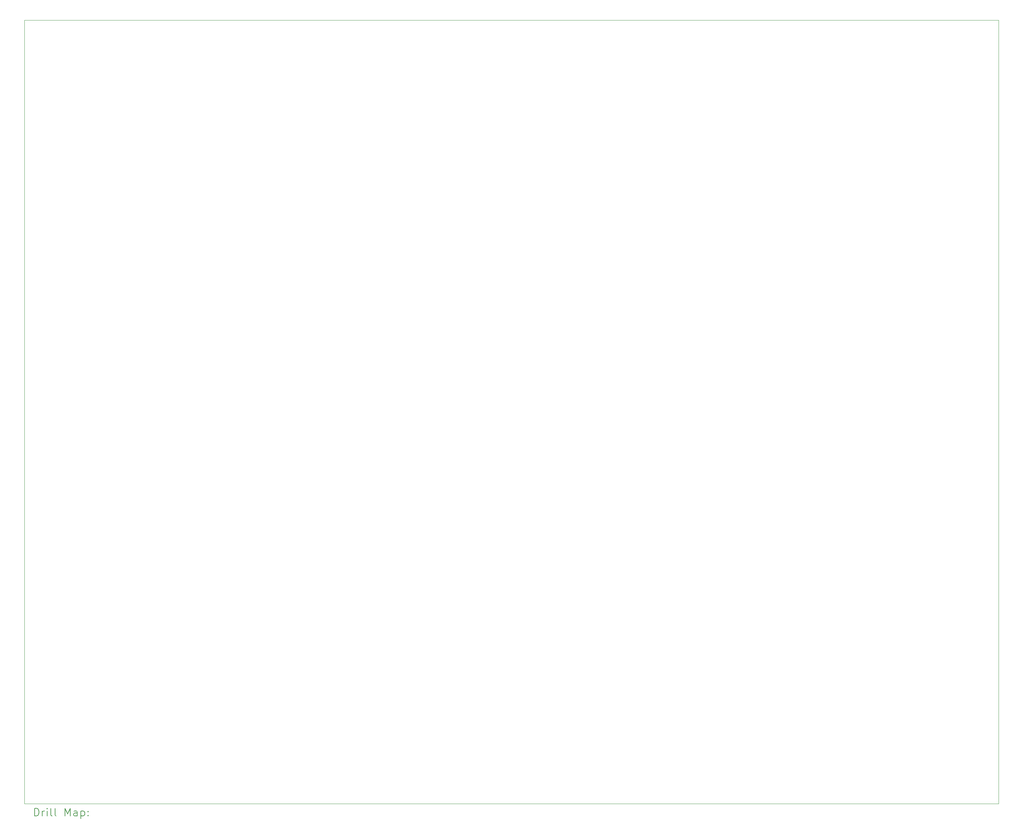
<source format=gbr>
%TF.GenerationSoftware,KiCad,Pcbnew,9.0.2*%
%TF.CreationDate,2025-07-01T19:53:08+02:00*%
%TF.ProjectId,CPU_X-3,4350555f-582d-4332-9e6b-696361645f70,3*%
%TF.SameCoordinates,Original*%
%TF.FileFunction,Drillmap*%
%TF.FilePolarity,Positive*%
%FSLAX45Y45*%
G04 Gerber Fmt 4.5, Leading zero omitted, Abs format (unit mm)*
G04 Created by KiCad (PCBNEW 9.0.2) date 2025-07-01 19:53:08*
%MOMM*%
%LPD*%
G01*
G04 APERTURE LIST*
%ADD10C,0.100000*%
%ADD11C,0.200000*%
G04 APERTURE END LIST*
D10*
X2540000Y-2540000D02*
X27538680Y-2540000D01*
X27538680Y-22638080D01*
X2540000Y-22638080D01*
X2540000Y-2540000D01*
D11*
X2795777Y-22954564D02*
X2795777Y-22754564D01*
X2795777Y-22754564D02*
X2843396Y-22754564D01*
X2843396Y-22754564D02*
X2871967Y-22764088D01*
X2871967Y-22764088D02*
X2891015Y-22783135D01*
X2891015Y-22783135D02*
X2900539Y-22802183D01*
X2900539Y-22802183D02*
X2910062Y-22840278D01*
X2910062Y-22840278D02*
X2910062Y-22868849D01*
X2910062Y-22868849D02*
X2900539Y-22906945D01*
X2900539Y-22906945D02*
X2891015Y-22925992D01*
X2891015Y-22925992D02*
X2871967Y-22945040D01*
X2871967Y-22945040D02*
X2843396Y-22954564D01*
X2843396Y-22954564D02*
X2795777Y-22954564D01*
X2995777Y-22954564D02*
X2995777Y-22821230D01*
X2995777Y-22859326D02*
X3005301Y-22840278D01*
X3005301Y-22840278D02*
X3014824Y-22830754D01*
X3014824Y-22830754D02*
X3033872Y-22821230D01*
X3033872Y-22821230D02*
X3052920Y-22821230D01*
X3119586Y-22954564D02*
X3119586Y-22821230D01*
X3119586Y-22754564D02*
X3110062Y-22764088D01*
X3110062Y-22764088D02*
X3119586Y-22773611D01*
X3119586Y-22773611D02*
X3129110Y-22764088D01*
X3129110Y-22764088D02*
X3119586Y-22754564D01*
X3119586Y-22754564D02*
X3119586Y-22773611D01*
X3243396Y-22954564D02*
X3224348Y-22945040D01*
X3224348Y-22945040D02*
X3214824Y-22925992D01*
X3214824Y-22925992D02*
X3214824Y-22754564D01*
X3348158Y-22954564D02*
X3329110Y-22945040D01*
X3329110Y-22945040D02*
X3319586Y-22925992D01*
X3319586Y-22925992D02*
X3319586Y-22754564D01*
X3576729Y-22954564D02*
X3576729Y-22754564D01*
X3576729Y-22754564D02*
X3643396Y-22897421D01*
X3643396Y-22897421D02*
X3710062Y-22754564D01*
X3710062Y-22754564D02*
X3710062Y-22954564D01*
X3891015Y-22954564D02*
X3891015Y-22849802D01*
X3891015Y-22849802D02*
X3881491Y-22830754D01*
X3881491Y-22830754D02*
X3862443Y-22821230D01*
X3862443Y-22821230D02*
X3824348Y-22821230D01*
X3824348Y-22821230D02*
X3805301Y-22830754D01*
X3891015Y-22945040D02*
X3871967Y-22954564D01*
X3871967Y-22954564D02*
X3824348Y-22954564D01*
X3824348Y-22954564D02*
X3805301Y-22945040D01*
X3805301Y-22945040D02*
X3795777Y-22925992D01*
X3795777Y-22925992D02*
X3795777Y-22906945D01*
X3795777Y-22906945D02*
X3805301Y-22887897D01*
X3805301Y-22887897D02*
X3824348Y-22878373D01*
X3824348Y-22878373D02*
X3871967Y-22878373D01*
X3871967Y-22878373D02*
X3891015Y-22868849D01*
X3986253Y-22821230D02*
X3986253Y-23021230D01*
X3986253Y-22830754D02*
X4005301Y-22821230D01*
X4005301Y-22821230D02*
X4043396Y-22821230D01*
X4043396Y-22821230D02*
X4062443Y-22830754D01*
X4062443Y-22830754D02*
X4071967Y-22840278D01*
X4071967Y-22840278D02*
X4081491Y-22859326D01*
X4081491Y-22859326D02*
X4081491Y-22916468D01*
X4081491Y-22916468D02*
X4071967Y-22935516D01*
X4071967Y-22935516D02*
X4062443Y-22945040D01*
X4062443Y-22945040D02*
X4043396Y-22954564D01*
X4043396Y-22954564D02*
X4005301Y-22954564D01*
X4005301Y-22954564D02*
X3986253Y-22945040D01*
X4167205Y-22935516D02*
X4176729Y-22945040D01*
X4176729Y-22945040D02*
X4167205Y-22954564D01*
X4167205Y-22954564D02*
X4157682Y-22945040D01*
X4157682Y-22945040D02*
X4167205Y-22935516D01*
X4167205Y-22935516D02*
X4167205Y-22954564D01*
X4167205Y-22830754D02*
X4176729Y-22840278D01*
X4176729Y-22840278D02*
X4167205Y-22849802D01*
X4167205Y-22849802D02*
X4157682Y-22840278D01*
X4157682Y-22840278D02*
X4167205Y-22830754D01*
X4167205Y-22830754D02*
X4167205Y-22849802D01*
M02*

</source>
